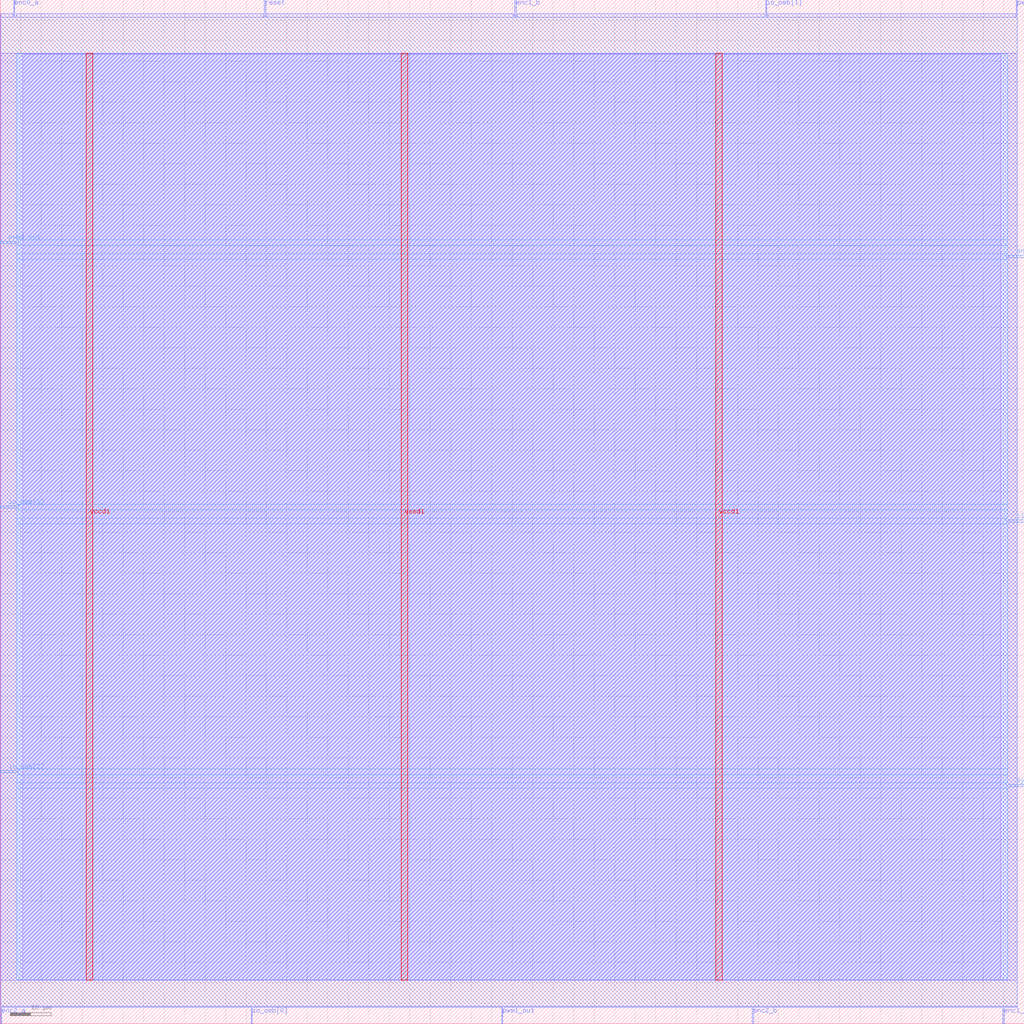
<source format=lef>
VERSION 5.7 ;
  NOWIREEXTENSIONATPIN ON ;
  DIVIDERCHAR "/" ;
  BUSBITCHARS "[]" ;
MACRO rgb_mixer
  CLASS BLOCK ;
  FOREIGN rgb_mixer ;
  ORIGIN 0.000 0.000 ;
  SIZE 250.000 BY 250.000 ;
  PIN clk
    DIRECTION INPUT ;
    USE SIGNAL ;
    PORT
      LAYER met3 ;
        RECT 246.000 122.440 250.000 123.040 ;
    END
  END clk
  PIN enc0_a
    DIRECTION INPUT ;
    USE SIGNAL ;
    PORT
      LAYER met2 ;
        RECT 3.310 246.000 3.590 250.000 ;
    END
  END enc0_a
  PIN enc0_b
    DIRECTION INPUT ;
    USE SIGNAL ;
    PORT
      LAYER met3 ;
        RECT 246.000 187.040 250.000 187.640 ;
    END
  END enc0_b
  PIN enc1_a
    DIRECTION INPUT ;
    USE SIGNAL ;
    PORT
      LAYER met2 ;
        RECT 244.810 0.000 245.090 4.000 ;
    END
  END enc1_a
  PIN enc1_b
    DIRECTION INPUT ;
    USE SIGNAL ;
    PORT
      LAYER met2 ;
        RECT 125.670 246.000 125.950 250.000 ;
    END
  END enc1_b
  PIN enc2_a
    DIRECTION INPUT ;
    USE SIGNAL ;
    PORT
      LAYER met2 ;
        RECT 0.090 0.000 0.370 4.000 ;
    END
  END enc2_a
  PIN enc2_b
    DIRECTION INPUT ;
    USE SIGNAL ;
    PORT
      LAYER met2 ;
        RECT 183.630 0.000 183.910 4.000 ;
    END
  END enc2_b
  PIN io_oeb[0]
    DIRECTION OUTPUT TRISTATE ;
    USE SIGNAL ;
    PORT
      LAYER met2 ;
        RECT 61.270 0.000 61.550 4.000 ;
    END
  END io_oeb[0]
  PIN io_oeb[1]
    DIRECTION OUTPUT TRISTATE ;
    USE SIGNAL ;
    PORT
      LAYER met2 ;
        RECT 186.850 246.000 187.130 250.000 ;
    END
  END io_oeb[1]
  PIN io_oeb[2]
    DIRECTION OUTPUT TRISTATE ;
    USE SIGNAL ;
    PORT
      LAYER met3 ;
        RECT 0.000 61.240 4.000 61.840 ;
    END
  END io_oeb[2]
  PIN io_oeb[3]
    DIRECTION OUTPUT TRISTATE ;
    USE SIGNAL ;
    PORT
      LAYER met3 ;
        RECT 0.000 125.840 4.000 126.440 ;
    END
  END io_oeb[3]
  PIN pwm0_out
    DIRECTION OUTPUT TRISTATE ;
    USE SIGNAL ;
    PORT
      LAYER met2 ;
        RECT 248.030 246.000 248.310 250.000 ;
    END
  END pwm0_out
  PIN pwm1_out
    DIRECTION OUTPUT TRISTATE ;
    USE SIGNAL ;
    PORT
      LAYER met2 ;
        RECT 122.450 0.000 122.730 4.000 ;
    END
  END pwm1_out
  PIN pwm2_out
    DIRECTION OUTPUT TRISTATE ;
    USE SIGNAL ;
    PORT
      LAYER met3 ;
        RECT 0.000 190.440 4.000 191.040 ;
    END
  END pwm2_out
  PIN reset
    DIRECTION INPUT ;
    USE SIGNAL ;
    PORT
      LAYER met2 ;
        RECT 64.490 246.000 64.770 250.000 ;
    END
  END reset
  PIN sync
    DIRECTION OUTPUT TRISTATE ;
    USE SIGNAL ;
    PORT
      LAYER met3 ;
        RECT 246.000 57.840 250.000 58.440 ;
    END
  END sync
  PIN vccd1
    DIRECTION INOUT ;
    USE POWER ;
    PORT
      LAYER met4 ;
        RECT 21.040 10.640 22.640 236.880 ;
    END
    PORT
      LAYER met4 ;
        RECT 174.640 10.640 176.240 236.880 ;
    END
  END vccd1
  PIN vssd1
    DIRECTION INOUT ;
    USE GROUND ;
    PORT
      LAYER met4 ;
        RECT 97.840 10.640 99.440 236.880 ;
    END
  END vssd1
  OBS
      LAYER li1 ;
        RECT 5.520 10.795 244.260 236.725 ;
      LAYER met1 ;
        RECT 0.070 10.640 248.330 236.880 ;
      LAYER met2 ;
        RECT 0.100 245.720 3.030 246.570 ;
        RECT 3.870 245.720 64.210 246.570 ;
        RECT 65.050 245.720 125.390 246.570 ;
        RECT 126.230 245.720 186.570 246.570 ;
        RECT 187.410 245.720 247.750 246.570 ;
        RECT 0.100 4.280 248.300 245.720 ;
        RECT 0.650 4.000 60.990 4.280 ;
        RECT 61.830 4.000 122.170 4.280 ;
        RECT 123.010 4.000 183.350 4.280 ;
        RECT 184.190 4.000 244.530 4.280 ;
        RECT 245.370 4.000 248.300 4.280 ;
      LAYER met3 ;
        RECT 4.000 191.440 246.000 236.805 ;
        RECT 4.400 190.040 246.000 191.440 ;
        RECT 4.000 188.040 246.000 190.040 ;
        RECT 4.000 186.640 245.600 188.040 ;
        RECT 4.000 126.840 246.000 186.640 ;
        RECT 4.400 125.440 246.000 126.840 ;
        RECT 4.000 123.440 246.000 125.440 ;
        RECT 4.000 122.040 245.600 123.440 ;
        RECT 4.000 62.240 246.000 122.040 ;
        RECT 4.400 60.840 246.000 62.240 ;
        RECT 4.000 58.840 246.000 60.840 ;
        RECT 4.000 57.440 245.600 58.840 ;
        RECT 4.000 10.715 246.000 57.440 ;
  END
END rgb_mixer
END LIBRARY


</source>
